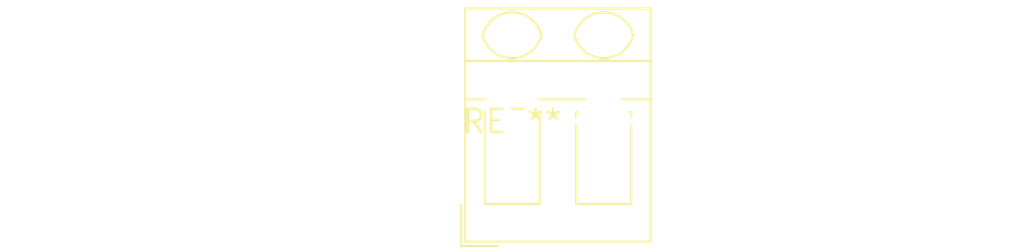
<source format=kicad_pcb>
(kicad_pcb (version 20240108) (generator pcbnew)
  (layers (0 "F.Cu" signal) (31 "B.Cu" signal) (34 "B.Paste" user) (35 "F.Paste" user) (36 "B.SilkS" user "B.Silkscreen") (37 "F.SilkS" user "F.Silkscreen") (38 "B.Mask" user) (39 "F.Mask" user) (44 "Edge.Cuts" user))
  (net 0 "")
  (footprint "TerminalBlock_RND_205-00056_1x02_P5.00mm_45Degree" (layer "F.Cu") (at 0 0)
    (property "Reference" "REF**")
    (property "Value" "TerminalBlock_RND_205-00056_1x02_P5.00mm_45Degree")
    (fp_line (start -2.8 4.56) (end -2.8 6.8) (layer "F.SilkS") (stroke (width 0.12)))
    (fp_line (start -2.8 6.8) (end -0.8 6.8) (layer "F.SilkS") (stroke (width 0.12)))
    (fp_line (start -2.56 -6.16) (end -2.56 6.56) (layer "F.SilkS") (stroke (width 0.12)))
    (fp_line (start -2.56 -6.16) (end 7.56 -6.16) (layer "F.SilkS") (stroke (width 0.12)))
    (fp_line (start -2.56 -3.301) (end 7.56 -3.301) (layer "F.SilkS") (stroke (width 0.12)))
    (fp_line (start -2.56 -1.201) (end -1.49 -1.201) (layer "F.SilkS") (stroke (width 0.12)))
    (fp_line (start -2.56 6.56) (end 7.56 6.56) (layer "F.SilkS") (stroke (width 0.12)))
    (fp_line (start -1.5 -0.5) (end -1.5 4.5) (layer "F.SilkS") (stroke (width 0.12)))
    (fp_line (start -1.5 -0.5) (end -1.49 -0.5) (layer "F.SilkS") (stroke (width 0.12)))
    (fp_line (start -1.5 4.5) (end 1.5 4.5) (layer "F.SilkS") (stroke (width 0.12)))
    (fp_line (start 1.49 -1.201) (end 4 -1.201) (layer "F.SilkS") (stroke (width 0.12)))
    (fp_line (start 1.49 -0.5) (end 1.5 -0.5) (layer "F.SilkS") (stroke (width 0.12)))
    (fp_line (start 1.5 -0.5) (end 1.5 4.5) (layer "F.SilkS") (stroke (width 0.12)))
    (fp_line (start 3.5 -0.5) (end 3.5 -0.202) (layer "F.SilkS") (stroke (width 0.12)))
    (fp_line (start 3.5 -0.5) (end 3.57 -0.5) (layer "F.SilkS") (stroke (width 0.12)))
    (fp_line (start 3.5 0.202) (end 3.5 4.5) (layer "F.SilkS") (stroke (width 0.12)))
    (fp_line (start 3.5 4.5) (end 6.5 4.5) (layer "F.SilkS") (stroke (width 0.12)))
    (fp_line (start 6.001 -1.201) (end 7.56 -1.201) (layer "F.SilkS") (stroke (width 0.12)))
    (fp_line (start 6.431 -0.5) (end 6.5 -0.5) (layer "F.SilkS") (stroke (width 0.12)))
    (fp_line (start 6.5 -0.5) (end 6.5 -0.202) (layer "F.SilkS") (stroke (width 0.12)))
    (fp_line (start 6.5 0.202) (end 6.5 4.5) (layer "F.SilkS") (stroke (width 0.12)))
    (fp_line (start 7.56 -6.16) (end 7.56 6.56) (layer "F.SilkS") (stroke (width 0.12)))
    (fp_arc (start -1.600914 -4.700344) (mid 0.000177 -5.95097) (end 1.601 -4.7) (layer "F.SilkS") (stroke (width 0.12)))
    (fp_arc (start 1.6 -4.7) (mid -6.4e-05 -3.45) (end -1.600031 -4.700125) (layer "F.SilkS") (stroke (width 0.12)))
    (fp_arc (start 3.399086 -4.700344) (mid 5.000177 -5.95097) (end 6.601 -4.7) (layer "F.SilkS") (stroke (width 0.12)))
    (fp_arc (start 6.6 -4.7) (mid 4.999936 -3.45) (end 3.399969 -4.700125) (layer "F.SilkS") (stroke (width 0.12)))
    (pad "1" thru_hole rect (at 0 0) (size 2.5 2.5) (drill 1.3) (layers *.Cu *.Mask) (remove_unused_layers))
    (pad "2" thru_hole circle (at 5 0) (size 2.5 2.5) (drill 1.3) (layers *.Cu *.Mask) (remove_unused_layers))
  )
)
</source>
